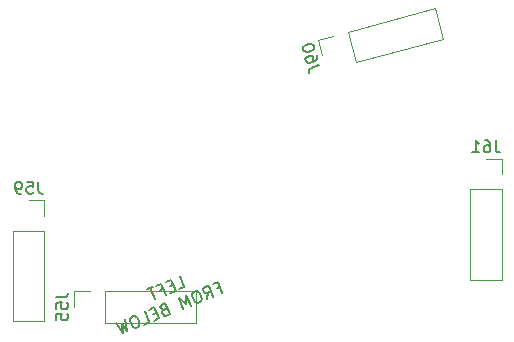
<source format=gbr>
G04 #@! TF.GenerationSoftware,KiCad,Pcbnew,(5.1.4)-1*
G04 #@! TF.CreationDate,2023-09-09T05:27:38-04:00*
G04 #@! TF.ProjectId,ThumbsUp,5468756d-6273-4557-902e-6b696361645f,rev?*
G04 #@! TF.SameCoordinates,Original*
G04 #@! TF.FileFunction,Legend,Bot*
G04 #@! TF.FilePolarity,Positive*
%FSLAX46Y46*%
G04 Gerber Fmt 4.6, Leading zero omitted, Abs format (unit mm)*
G04 Created by KiCad (PCBNEW (5.1.4)-1) date 2023-09-09 05:27:38*
%MOMM*%
%LPD*%
G04 APERTURE LIST*
%ADD10C,0.150000*%
%ADD11C,0.120000*%
G04 APERTURE END LIST*
D10*
X-122233486Y-363843139D02*
X-121791970Y-363664755D01*
X-122166577Y-362737571D01*
X-122738770Y-363482340D02*
X-123047832Y-363607209D01*
X-122984064Y-364146392D02*
X-122542548Y-363968008D01*
X-122917154Y-363040824D01*
X-123358670Y-363219208D01*
X-123886712Y-363946139D02*
X-123577651Y-363821270D01*
X-123381428Y-364306938D02*
X-123756035Y-363379754D01*
X-124197551Y-363558138D01*
X-124418309Y-363647330D02*
X-124948129Y-363861391D01*
X-124308612Y-364681545D02*
X-124683219Y-363754361D01*
X-119074208Y-363781343D02*
X-118765147Y-363656474D01*
X-118568924Y-364142142D02*
X-118943531Y-363214958D01*
X-119385047Y-363393342D01*
X-119893473Y-364677294D02*
X-119762795Y-364110909D01*
X-119363653Y-364463233D02*
X-119738260Y-363536050D01*
X-120091473Y-363678757D01*
X-120161938Y-363758585D01*
X-120188251Y-363820575D01*
X-120196726Y-363926717D01*
X-120143210Y-364059172D01*
X-120063382Y-364129637D01*
X-120001392Y-364155950D01*
X-119895250Y-364164425D01*
X-119542037Y-364021717D01*
X-120842050Y-363982010D02*
X-121018657Y-364053364D01*
X-121089121Y-364133192D01*
X-121141748Y-364257172D01*
X-121114546Y-364451617D01*
X-120989677Y-364760678D01*
X-120874172Y-364919446D01*
X-120750192Y-364972073D01*
X-120644050Y-364980547D01*
X-120467444Y-364909194D01*
X-120396979Y-364829365D01*
X-120344352Y-364705385D01*
X-120371554Y-364510940D01*
X-120496423Y-364201879D01*
X-120611928Y-364043111D01*
X-120735909Y-363990485D01*
X-120842050Y-363982010D01*
X-121262173Y-365230285D02*
X-121636779Y-364303101D01*
X-121678264Y-365090244D01*
X-122254902Y-364552839D01*
X-121880295Y-365480023D01*
X-123533521Y-365583023D02*
X-123648137Y-365680689D01*
X-123674450Y-365742679D01*
X-123682925Y-365848821D01*
X-123629410Y-365981276D01*
X-123549582Y-366051741D01*
X-123487592Y-366078054D01*
X-123381450Y-366086529D01*
X-123028237Y-365943821D01*
X-123402844Y-365016638D01*
X-123711905Y-365141506D01*
X-123782370Y-365221335D01*
X-123808683Y-365283325D01*
X-123817158Y-365389467D01*
X-123781481Y-365477770D01*
X-123701653Y-365548235D01*
X-123639662Y-365574548D01*
X-123533521Y-365583023D01*
X-123224460Y-365458154D01*
X-124151643Y-365832760D02*
X-124460705Y-365957629D01*
X-124396937Y-366496812D02*
X-123955421Y-366318428D01*
X-124330028Y-365391244D01*
X-124771544Y-365569628D01*
X-125235818Y-366835742D02*
X-124794302Y-366657358D01*
X-125168908Y-365730174D01*
X-126096092Y-366104781D02*
X-126272698Y-366176134D01*
X-126343163Y-366255963D01*
X-126395790Y-366379943D01*
X-126368588Y-366574388D01*
X-126243719Y-366883449D01*
X-126128214Y-367042217D01*
X-126004233Y-367094843D01*
X-125898092Y-367103318D01*
X-125721485Y-367031964D01*
X-125651021Y-366952136D01*
X-125598394Y-366828156D01*
X-125625596Y-366633711D01*
X-125750465Y-366324650D01*
X-125865970Y-366165882D01*
X-125989950Y-366113255D01*
X-126096092Y-366104781D01*
X-126802518Y-366390195D02*
X-126648669Y-367406571D01*
X-127092852Y-366815650D01*
X-127001882Y-367549278D01*
X-127597247Y-366711286D01*
D11*
X-94928141Y-352798713D02*
X-96258141Y-352798713D01*
X-94928141Y-354128713D02*
X-94928141Y-352798713D01*
X-94928141Y-355398713D02*
X-97588141Y-355398713D01*
X-97588141Y-355398713D02*
X-97588141Y-363078713D01*
X-94928141Y-355398713D02*
X-94928141Y-363078713D01*
X-94928141Y-363078713D02*
X-97588141Y-363078713D01*
X-133646620Y-356297892D02*
X-134976620Y-356297892D01*
X-133646620Y-357627892D02*
X-133646620Y-356297892D01*
X-133646620Y-358897892D02*
X-136306620Y-358897892D01*
X-136306620Y-358897892D02*
X-136306620Y-366577892D01*
X-133646620Y-358897892D02*
X-133646620Y-366577892D01*
X-133646620Y-366577892D02*
X-136306620Y-366577892D01*
X-131099330Y-364014574D02*
X-131099330Y-365344574D01*
X-129769330Y-364014574D02*
X-131099330Y-364014574D01*
X-128499330Y-364014574D02*
X-128499330Y-366674574D01*
X-128499330Y-366674574D02*
X-120819330Y-366674574D01*
X-128499330Y-364014574D02*
X-120819330Y-364014574D01*
X-120819330Y-364014574D02*
X-120819330Y-366674574D01*
X-110482130Y-342720139D02*
X-110137900Y-344004820D01*
X-109197448Y-342375910D02*
X-110482130Y-342720139D01*
X-107970723Y-342047209D02*
X-107282264Y-344616572D01*
X-107282264Y-344616572D02*
X-99863954Y-342628842D01*
X-107970723Y-342047209D02*
X-100552412Y-340059479D01*
X-100552412Y-340059479D02*
X-99863954Y-342628842D01*
D10*
X-95448617Y-351251093D02*
X-95448617Y-351965379D01*
X-95400998Y-352108236D01*
X-95305760Y-352203474D01*
X-95162902Y-352251093D01*
X-95067664Y-352251093D01*
X-96353379Y-351251093D02*
X-96162902Y-351251093D01*
X-96067664Y-351298713D01*
X-96020045Y-351346332D01*
X-95924807Y-351489189D01*
X-95877188Y-351679665D01*
X-95877188Y-352060617D01*
X-95924807Y-352155855D01*
X-95972426Y-352203474D01*
X-96067664Y-352251093D01*
X-96258141Y-352251093D01*
X-96353379Y-352203474D01*
X-96400998Y-352155855D01*
X-96448617Y-352060617D01*
X-96448617Y-351822522D01*
X-96400998Y-351727284D01*
X-96353379Y-351679665D01*
X-96258141Y-351632046D01*
X-96067664Y-351632046D01*
X-95972426Y-351679665D01*
X-95924807Y-351727284D01*
X-95877188Y-351822522D01*
X-97400998Y-352251093D02*
X-96829569Y-352251093D01*
X-97115283Y-352251093D02*
X-97115283Y-351251093D01*
X-97020045Y-351393951D01*
X-96924807Y-351489189D01*
X-96829569Y-351536808D01*
X-134167096Y-354750272D02*
X-134167096Y-355464558D01*
X-134119477Y-355607415D01*
X-134024239Y-355702653D01*
X-133881381Y-355750272D01*
X-133786143Y-355750272D01*
X-135119477Y-354750272D02*
X-134643286Y-354750272D01*
X-134595667Y-355226463D01*
X-134643286Y-355178844D01*
X-134738524Y-355131225D01*
X-134976620Y-355131225D01*
X-135071858Y-355178844D01*
X-135119477Y-355226463D01*
X-135167096Y-355321701D01*
X-135167096Y-355559796D01*
X-135119477Y-355655034D01*
X-135071858Y-355702653D01*
X-134976620Y-355750272D01*
X-134738524Y-355750272D01*
X-134643286Y-355702653D01*
X-134595667Y-355655034D01*
X-135643286Y-355750272D02*
X-135833762Y-355750272D01*
X-135929000Y-355702653D01*
X-135976620Y-355655034D01*
X-136071858Y-355512177D01*
X-136119477Y-355321701D01*
X-136119477Y-354940749D01*
X-136071858Y-354845511D01*
X-136024239Y-354797892D01*
X-135929000Y-354750272D01*
X-135738524Y-354750272D01*
X-135643286Y-354797892D01*
X-135595667Y-354845511D01*
X-135548048Y-354940749D01*
X-135548048Y-355178844D01*
X-135595667Y-355274082D01*
X-135643286Y-355321701D01*
X-135738524Y-355369320D01*
X-135929000Y-355369320D01*
X-136024239Y-355321701D01*
X-136071858Y-355274082D01*
X-136119477Y-355178844D01*
X-132646949Y-364535050D02*
X-131932663Y-364535050D01*
X-131789806Y-364487431D01*
X-131694568Y-364392193D01*
X-131646949Y-364249335D01*
X-131646949Y-364154097D01*
X-132646949Y-365487431D02*
X-132646949Y-365011240D01*
X-132170758Y-364963621D01*
X-132218377Y-365011240D01*
X-132265996Y-365106478D01*
X-132265996Y-365344574D01*
X-132218377Y-365439812D01*
X-132170758Y-365487431D01*
X-132075520Y-365535050D01*
X-131837425Y-365535050D01*
X-131742187Y-365487431D01*
X-131694568Y-365439812D01*
X-131646949Y-365344574D01*
X-131646949Y-365106478D01*
X-131694568Y-365011240D01*
X-131742187Y-364963621D01*
X-132646949Y-366439812D02*
X-132646949Y-365963621D01*
X-132170758Y-365916002D01*
X-132218377Y-365963621D01*
X-132265996Y-366058859D01*
X-132265996Y-366296954D01*
X-132218377Y-366392193D01*
X-132170758Y-366439812D01*
X-132075520Y-366487431D01*
X-131837425Y-366487431D01*
X-131742187Y-366439812D01*
X-131694568Y-366392193D01*
X-131646949Y-366296954D01*
X-131646949Y-366058859D01*
X-131694568Y-365963621D01*
X-131742187Y-365916002D01*
X-110365346Y-344903844D02*
X-111055293Y-345088715D01*
X-111180958Y-345171686D01*
X-111248301Y-345288328D01*
X-111257323Y-345438642D01*
X-111232674Y-345530635D01*
X-110599516Y-344029911D02*
X-110550217Y-344213897D01*
X-110571564Y-344318215D01*
X-110605235Y-344376536D01*
X-110718575Y-344505503D01*
X-110890237Y-344600798D01*
X-111258208Y-344699396D01*
X-111362526Y-344678049D01*
X-111420847Y-344644377D01*
X-111491493Y-344564709D01*
X-111540792Y-344380723D01*
X-111519445Y-344276406D01*
X-111485773Y-344218084D01*
X-111406105Y-344147439D01*
X-111176123Y-344085815D01*
X-111071805Y-344107162D01*
X-111013484Y-344140834D01*
X-110942838Y-344220502D01*
X-110893539Y-344404488D01*
X-110914886Y-344508806D01*
X-110948558Y-344567127D01*
X-111028226Y-344637773D01*
X-110784386Y-343339964D02*
X-110809036Y-343247971D01*
X-110879682Y-343168303D01*
X-110938003Y-343134631D01*
X-111042320Y-343113284D01*
X-111238631Y-343116587D01*
X-111468613Y-343178210D01*
X-111640275Y-343273506D01*
X-111719943Y-343344152D01*
X-111753615Y-343402473D01*
X-111774962Y-343506790D01*
X-111750312Y-343598783D01*
X-111679666Y-343678452D01*
X-111621345Y-343712123D01*
X-111517027Y-343733470D01*
X-111320717Y-343730168D01*
X-111090734Y-343668544D01*
X-110919073Y-343573249D01*
X-110839405Y-343502603D01*
X-110805733Y-343444282D01*
X-110784386Y-343339964D01*
M02*

</source>
